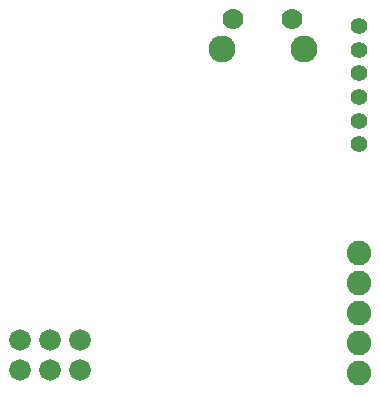
<source format=gbs>
G75*
G70*
%OFA0B0*%
%FSLAX24Y24*%
%IPPOS*%
%LPD*%
%AMOC8*
5,1,8,0,0,1.08239X$1,22.5*
%
%ADD10C,0.0720*%
%ADD11C,0.0820*%
%ADD12C,0.0900*%
%ADD13C,0.0700*%
%ADD14C,0.0556*%
D10*
X007600Y001001D03*
X008600Y001001D03*
X009600Y001001D03*
X009600Y002001D03*
X008600Y002001D03*
X007600Y002001D03*
D11*
X018900Y001901D03*
X018900Y002901D03*
X018900Y003901D03*
X018900Y004901D03*
X018900Y000901D03*
D12*
X017078Y011716D03*
X014322Y011716D03*
D13*
X014716Y012701D03*
X016684Y012701D03*
D14*
X018906Y012469D03*
X018906Y011682D03*
X018906Y010894D03*
X018906Y010107D03*
X018906Y009320D03*
X018906Y008532D03*
M02*

</source>
